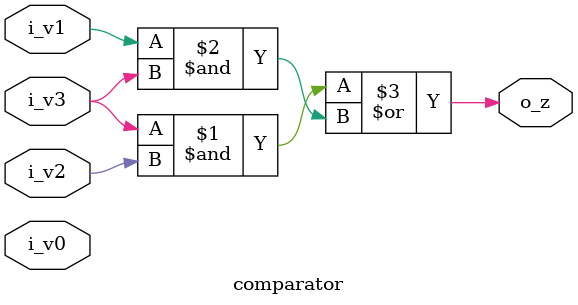
<source format=v>

`default_nettype none

module comparator(
	input 	i_v3,
	input 	i_v2,
	input 	i_v1,
	input 	i_v0,
	output 	o_z
);

	// Combinational Logic only
	assign o_z = i_v3&i_v2|i_v1&i_v3;

endmodule


</source>
